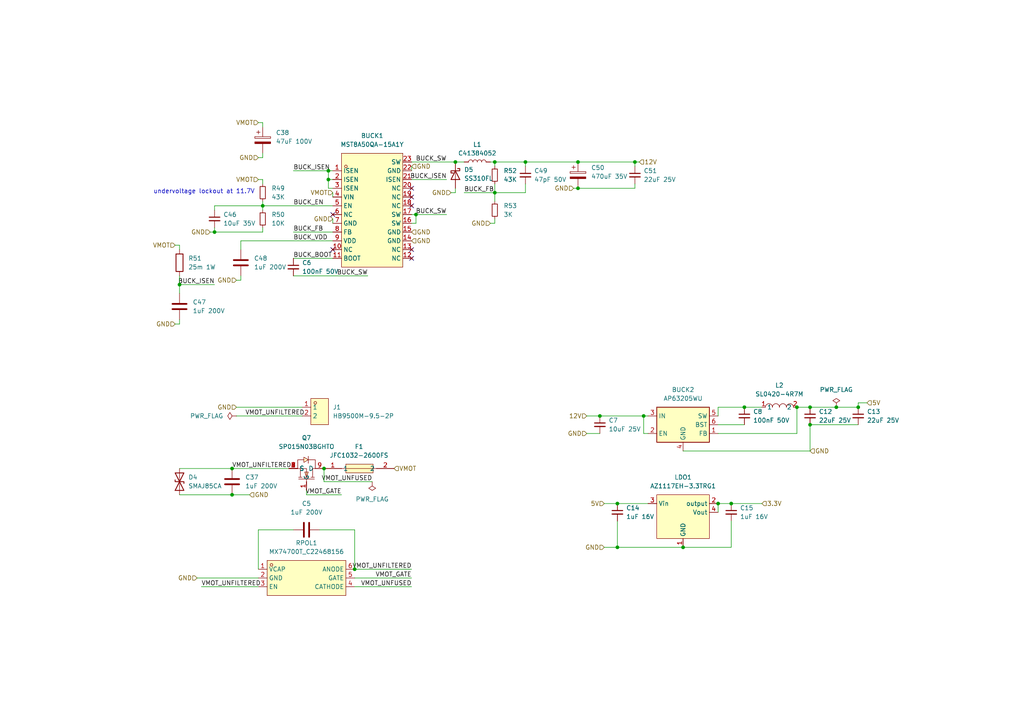
<source format=kicad_sch>
(kicad_sch (version 20250114) (generator "eeschema") (generator_version "9.0")
  (paper "A4")
  (lib_symbols
    (symbol "Device:L" (pin_numbers (hide yes)) (pin_names (offset 1.016) (hide yes))
      (property "Reference" "L" (at -1.27 0 90))
      (property "Value" "L" (at 1.905 0 90))
      (symbol "L_0_1"
        (arc (start 0 2.54) (mid 0.6323 1.905) (end 0 1.27))
        (arc (start 0 1.27) (mid 0.6323 0.635) (end 0 0))
        (arc (start 0 0) (mid 0.6323 -0.635) (end 0 -1.27))
        (arc (start 0 -1.27) (mid 0.6323 -1.905) (end 0 -2.54))
      )
      (symbol "L_1_1"
        (pin passive line (at 0 3.81 270) (length 1.27) (name "1") (number "1"))
        (pin passive line (at 0 -3.81 90) (length 1.27) (name "2") (number "2"))
      )
    )
    (symbol "Diode:SS310" (pin_numbers (hide yes)) (pin_names (offset 1.016) (hide yes))
      (property "Reference" "D" (at 0 2.54 0))
      (property "Value" "SS310" (at 0 -2.54 0))
      (symbol "SS310_0_1"
        (polyline (pts (xy -1.905 0.635) (xy -1.905 1.27) (xy -1.27 1.27) (xy -1.27 -1.27) (xy -0.635 -1.27) (xy -0.635 -0.635)) (stroke (width 0.254)))
        (polyline (pts (xy 1.27 1.27) (xy 1.27 -1.27) (xy -1.27 0) (xy 1.27 1.27)) (stroke (width 0.254)))
        (polyline (pts (xy 1.27 0) (xy -1.27 0)))
      )
      (symbol "SS310_1_1"
        (pin passive line (at -3.81 0 0) (length 2.54) (name "K") (number "1"))
        (pin passive line (at 3.81 0 180) (length 2.54) (name "A") (number "2"))
      )
    )
    (symbol "EasyEDA:HB9500M-9.5-2P"
      (property "Reference" "U" (at 0 6.35 0))
      (property "Value" "HB9500M-9.5-2P" (at 0 -6.35 0))
      (symbol "HB9500M-9.5-2P_0_1"
        (rectangle (start -2.54 3.81) (end 2.54 -3.81) (fill (type background)))
        (circle (center -1.27 2.54) (radius 0.38))
        (pin passive line (at -5.08 1.27 0) (length 2.54) (name "1") (number "1"))
        (pin passive line (at -5.08 -1.27 0) (length 2.54) (name "2") (number "2"))
      )
    )
    (symbol "EasyEDA:JFC1032-2600FS"
      (property "Reference" "F" (at 0 5.08 0))
      (property "Value" "JFC1032-2600FS" (at 0 -5.08 0))
      (symbol "JFC1032-2600FS_0_1"
        (polyline (pts (xy -5.08 0) (xy 5.08 0)))
        (rectangle (start -3.81 1.27) (end 4.06 -1.27) (fill (type background)))
        (pin passive line (at -10.16 0 0) (length 5.08) (name "1") (number "1"))
        (pin passive line (at 10.16 0 180) (length 5.08) (name "2") (number "2"))
      )
    )
    (symbol "EasyEDA:MST8A50QA-15A1Y"
      (property "Reference" "U" (at 0 19.05 0))
      (property "Value" "MST8A50QA-15A1Y" (at 0 -19.05 0))
      (symbol "MST8A50QA-15A1Y_0_1"
        (rectangle (start -8.89 16.51) (end 8.89 -16.51) (fill (type background)))
        (circle (center -7.62 12.7) (radius 0.38))
        (pin input line (at -11.43 8.89 0) (length 2.54) (name "ISEN") (number "2"))
        (pin input line (at -11.43 6.35 0) (length 2.54) (name "ISEN") (number "3"))
        (pin input line (at -11.43 1.27 0) (length 2.54) (name "EN") (number "5"))
        (pin no_connect line (at -11.43 -1.27 0) (length 2.54) (name "NC") (number "6"))
        (pin input line (at -11.43 -6.35 0) (length 2.54) (name "FB") (number "8"))
        (pin power_in line (at 11.43 11.43 180) (length 2.54) (name "GND") (number "22"))
        (pin input line (at 11.43 8.89 180) (length 2.54) (name "ISEN") (number "21"))
        (pin no_connect line (at 11.43 6.35 180) (length 2.54) (name "NC") (number "20"))
        (pin no_connect line (at 11.43 3.81 180) (length 2.54) (name "NC") (number "19"))
        (pin no_connect line (at 11.43 1.27 180) (length 2.54) (name "NC") (number "18"))
        (pin passive line (at 11.43 -1.27 180) (length 2.54) (name "SW") (number "17"))
        (pin passive line (at 11.43 -3.81 180) (length 2.54) (name "SW") (number "16"))
        (pin power_in line (at 11.43 -6.35 180) (length 2.54) (name "GND") (number "15"))
        (pin power_in line (at 11.43 -8.89 180) (length 2.54) (name "GND") (number "14"))
      )
      (symbol "MST8A50QA-15A1Y_1_1"
        (pin input line (at -11.43 11.43 0) (length 2.54) (name "ISEN") (number "1"))
        (pin power_in line (at -11.43 3.81 0) (length 2.54) (name "VIN") (number "4"))
        (pin power_in line (at -11.43 -3.81 0) (length 2.54) (name "GND") (number "7"))
        (pin power_out line (at -11.43 -8.89 0) (length 2.54) (name "VDD") (number "9"))
        (pin no_connect line (at -11.43 -11.43 0) (length 2.54) (name "NC") (number "10"))
        (pin tri_state line (at -11.43 -13.97 0) (length 2.54) (name "BOOT") (number "11"))
        (pin passive line (at 11.43 13.97 180) (length 2.54) (name "SW") (number "23"))
        (pin no_connect line (at 11.43 -11.43 180) (length 2.54) (name "NC") (number "13"))
        (pin no_connect line (at 11.43 -13.97 180) (length 2.54) (name "NC") (number "12"))
      )
    )
    (symbol "symbols:AP63205WU"
      (property "Reference" "U" (at -7.62 6.35 0))
      (property "Value" "AP63205WU" (at 2.54 6.35 0))
      (symbol "AP63205WU_0_1"
        (rectangle (start -7.62 5.08) (end 7.62 -5.08) (stroke (width 0.254)) (fill (type background)))
      )
      (symbol "AP63205WU_1_1"
        (pin power_in line (at -10.16 2.54 0) (length 2.54) (name "IN") (number "3"))
        (pin input line (at -10.16 -2.54 0) (length 2.54) (name "EN") (number "2"))
        (pin power_in line (at 0 -7.62 90) (length 2.54) (name "GND") (number "4"))
        (pin output line (at 10.16 2.54 180) (length 2.54) (name "SW") (number "5"))
        (pin passive line (at 10.16 0 180) (length 2.54) (name "BST") (number "6"))
        (pin input line (at 10.16 -2.54 180) (length 2.54) (name "FB") (number "1"))
      )
    )
    (symbol "symbols:AZ1117EH-3.3TRG1"
      (property "Reference" "U" (at 0 10.16 0))
      (property "Value" "AZ1117EH-3.3TRG1" (at 0 -12.7 0))
      (symbol "AZ1117EH-3.3TRG1_0_1"
        (rectangle (start -7.62 7.62) (end 7.62 -5.08) (fill (type background)))
        (pin power_in line (at -10.16 5.08 0) (length 2.54) (name "Vin") (number "3"))
      )
      (symbol "AZ1117EH-3.3TRG1_1_1"
        (pin power_in line (at 0 -7.62 90) (length 2.54) (name "GND") (number "1"))
        (pin passive line (at 10.16 5.08 180) (length 2.54) (name "output") (number "2"))
        (pin power_out line (at 10.16 2.54 180) (length 2.54) (name "Vout") (number "4"))
      )
    )
    (symbol "symbols:C" (pin_numbers (hide yes)) (pin_names (offset 0.254))
      (property "Reference" "C" (at 0.635 2.54 0))
      (property "Value" "C" (at 0.635 -2.54 0))
      (symbol "C_0_1"
        (polyline (pts (xy -2.032 0.762) (xy 2.032 0.762)) (stroke (width 0.508)))
        (polyline (pts (xy -2.032 -0.762) (xy 2.032 -0.762)) (stroke (width 0.508)))
      )
      (symbol "C_1_1"
        (pin passive line (at 0 3.81 270) (length 2.794) (name "~") (number "1"))
        (pin passive line (at 0 -3.81 90) (length 2.794) (name "~") (number "2"))
      )
    )
    (symbol "symbols:C_Polarized" (pin_numbers (hide yes)) (pin_names (offset 0.254))
      (property "Reference" "C" (at 0.635 2.54 0))
      (property "Value" "C_Polarized" (at 0.635 -2.54 0))
      (symbol "C_Polarized_0_1"
        (rectangle (start -2.286 0.508) (end 2.286 1.016))
        (polyline (pts (xy -1.778 2.286) (xy -0.762 2.286)))
        (polyline (pts (xy -1.27 2.794) (xy -1.27 1.778)))
        (rectangle (start 2.286 -0.508) (end -2.286 -1.016) (fill (type outline)))
      )
      (symbol "C_Polarized_1_1"
        (pin passive line (at 0 3.81 270) (length 2.794) (name "~") (number "1"))
        (pin passive line (at 0 -3.81 90) (length 2.794) (name "~") (number "2"))
      )
    )
    (symbol "symbols:C_Small" (pin_numbers (hide yes)) (pin_names (offset 0.254) (hide yes))
      (property "Reference" "C" (at 0.254 1.778 0))
      (property "Value" "C_Small" (at 0.254 -2.032 0))
      (symbol "C_Small_0_1"
        (polyline (pts (xy -1.524 0.508) (xy 1.524 0.508)) (stroke (width 0.3048)))
        (polyline (pts (xy -1.524 -0.508) (xy 1.524 -0.508)) (stroke (width 0.3302)))
      )
      (symbol "C_Small_1_1"
        (pin passive line (at 0 2.54 270) (length 2.032) (name "~") (number "1"))
        (pin passive line (at 0 -2.54 90) (length 2.032) (name "~") (number "2"))
      )
    )
    (symbol "symbols:D_TVS" (pin_numbers (hide yes)) (pin_names (offset 1.016) (hide yes))
      (property "Reference" "D" (at 0 2.54 0))
      (property "Value" "D_TVS" (at 0 -2.54 0))
      (symbol "D_TVS_0_1"
        (polyline (pts (xy -2.54 1.27) (xy -2.54 -1.27) (xy 2.54 1.27) (xy 2.54 -1.27) (xy -2.54 1.27)) (stroke (width 0.254)))
        (polyline (pts (xy 0.508 1.27) (xy 0 1.27) (xy 0 -1.27) (xy -0.508 -1.27)) (stroke (width 0.254)))
        (polyline (pts (xy 1.27 0) (xy -1.27 0)))
      )
      (symbol "D_TVS_1_1"
        (pin passive line (at -3.81 0 0) (length 2.54) (name "A1") (number "1"))
        (pin passive line (at 3.81 0 180) (length 2.54) (name "A2") (number "2"))
      )
    )
    (symbol "symbols:MX74700T_C22468156"
      (property "Reference" "U" (at 0 7.62 0))
      (property "Value" "MX74700T_C22468156" (at 0 -7.62 0))
      (symbol "MX74700T_C22468156_0_1"
        (rectangle (start -11.43 5.08) (end 11.43 -5.08) (fill (type background)))
        (circle (center -10.16 3.81) (radius 0.38))
      )
      (symbol "MX74700T_C22468156_1_1"
        (pin passive line (at -13.97 2.54 0) (length 2.54) (name "VCAP") (number "1"))
        (pin power_in line (at -13.97 0 0) (length 2.54) (name "GND") (number "2"))
        (pin input line (at -13.97 -2.54 0) (length 2.54) (name "EN") (number "3"))
        (pin power_in line (at 13.97 2.54 180) (length 2.54) (name "ANODE") (number "6"))
        (pin output line (at 13.97 0 180) (length 2.54) (name "GATE") (number "5"))
        (pin power_in line (at 13.97 -2.54 180) (length 2.54) (name "CATHODE") (number "4"))
      )
    )
    (symbol "symbols:PWR_FLAG" (power) (pin_numbers (hide yes)) (pin_names (offset 0) (hide yes))
      (property "Value" "PWR_FLAG" (at 0 3.81 0))
      (symbol "PWR_FLAG_0_0"
        (pin power_out line (at 0 0 90) (length 0) (name "~") (number "1"))
      )
      (symbol "PWR_FLAG_0_1"
        (polyline (pts (xy 0 0) (xy 0 1.27) (xy -1.016 1.905) (xy 0 2.54) (xy 1.016 1.905) (xy 0 1.27)))
      )
    )
    (symbol "symbols:R" (pin_numbers (hide yes)) (pin_names (offset 0))
      (property "Reference" "R" (at 2.032 0 90))
      (property "Value" "R" (at 0 0 90))
      (symbol "R_0_1"
        (rectangle (start -1.016 -2.54) (end 1.016 2.54) (stroke (width 0.254)))
      )
      (symbol "R_1_1"
        (pin passive line (at 0 3.81 270) (length 1.27) (name "~") (number "1"))
        (pin passive line (at 0 -3.81 90) (length 1.27) (name "~") (number "2"))
      )
    )
    (symbol "symbols:R_Small" (pin_numbers (hide yes)) (pin_names (offset 0.254) (hide yes))
      (property "Reference" "R" (at 0 0 90))
      (property "Value" "R_Small" (at 1.778 0 90))
      (symbol "R_Small_0_1"
        (rectangle (start -0.762 1.778) (end 0.762 -1.778) (stroke (width 0.2032)))
      )
      (symbol "R_Small_1_1"
        (pin passive line (at 0 2.54 270) (length 0.762) (name "~") (number "1"))
        (pin passive line (at 0 -2.54 90) (length 0.762) (name "~") (number "2"))
      )
    )
    (symbol "symbols:SL0420-4R7M"
      (property "Reference" "L" (at 0 5.08 0))
      (property "Value" "SL0420-4R7M" (at 0 -5.08 0))
      (symbol "SL0420-4R7M_0_1"
        (arc (start -4.06 -0.01) (mid -2.83 0.99) (end -2.03 0.01))
        (arc (start -2.03 -0.01) (mid -0.8 0.99) (end 0 0.01))
        (arc (start 0 -0.01) (mid 1.23 0.99) (end 2.03 0.01))
        (arc (start 2.03 -0.01) (mid 3.26 0.99) (end 4.06 0.01))
      )
      (symbol "SL0420-4R7M_1_1"
        (pin passive line (at -5.08 0 0) (length 1.016) (name "1") (number "1"))
        (pin passive line (at 5.08 0 180) (length 1.016) (name "2") (number "2"))
      )
    )
    (symbol "symbols:SP015N03BGHTO"
      (property "Reference" "Q" (at 0 10.16 0))
      (property "Value" "SP015N03BGHTO" (at 0 -10.16 0))
      (symbol "SP015N03BGHTO_0_1"
        (polyline (pts (xy -2.54 0) (xy -0.51 0)))
        (polyline (pts (xy -0.51 2.29) (xy -0.51 -2.29)))
        (polyline (pts (xy 0 2.29) (xy 0 1.27)))
        (polyline (pts (xy 0 1.78) (xy 2.54 1.78) (xy 2.54 2.54) (xy 5.08 2.54) (xy 5.08 0.51)))
        (polyline (pts (xy 0 0) (xy 1.52 -0.51) (xy 1.52 0.51) (xy 0 0)) (fill (type background)))
        (polyline (pts (xy 0 0) (xy 2.54 0) (xy 2.54 -2.54) (xy 5.08 -2.54) (xy 5.08 -0.76)))
        (polyline (pts (xy 0 -0.51) (xy 0 0.51)))
        (polyline (pts (xy 0 -2.29) (xy 0 -1.27)))
        (polyline (pts (xy 2.54 -1.78) (xy 0 -1.78)))
        (polyline (pts (xy 5.08 0.51) (xy 4.32 -0.76) (xy 5.84 -0.76) (xy 5.08 0.51)) (fill (type background)))
        (polyline (pts (xy 6.1 0.51) (xy 5.59 0.51) (xy 4.57 0.51) (xy 4.06 0.51)))
        (pin passive line (at 2.54 -5.08 90) (length 2.54) (name "S") (number "3"))
        (pin passive line (at 2.54 -5.08 90) (length 2.54) (name "S") (number "4"))
        (pin passive line (at 2.54 -5.08 90) (length 2.54) (name "S") (number "5"))
        (pin passive line (at 2.54 -5.08 90) (length 2.54) (name "S") (number "6"))
        (pin passive line (at 2.54 -5.08 90) (length 2.54) (name "S") (number "7"))
        (pin passive line (at 2.54 -5.08 90) (length 2.54) (name "S") (number "8"))
      )
      (symbol "SP015N03BGHTO_1_1"
        (pin input line (at -3.81 0 0) (length 2.54) (name "G") (number "1"))
        (pin passive line (at 2.54 5.08 270) (length 2.54) (name "D") (number "9"))
        (pin passive line (at 2.54 -5.08 90) (length 2.54) (name "S") (number "2"))
      )
    )
  )
  (text "undervoltage lockout at 11.7V" (at 59.182 55.626 0) (effects (font (size 1.27 1.27))))
  (junction (at 95.25 52.07))
  (junction (at 186.69 120.65))
  (junction (at 234.95 123.19))
  (junction (at 152.4 46.99))
  (junction (at 95.25 49.53))
  (junction (at 76.2 59.69))
  (junction (at 179.07 146.05))
  (junction (at 62.23 67.31))
  (junction (at 173.99 120.65))
  (junction (at 179.07 158.75))
  (junction (at 212.09 146.05))
  (junction (at 132.08 46.99))
  (junction (at 167.64 46.99))
  (junction (at 208.28 146.05))
  (junction (at 167.64 54.61))
  (junction (at 234.95 118.11))
  (junction (at 143.51 46.99))
  (junction (at 184.15 46.99))
  (junction (at 248.92 118.11))
  (junction (at 198.12 158.75))
  (junction (at 231.14 118.11))
  (junction (at 93.98 135.89))
  (junction (at 52.07 82.55))
  (junction (at 102.87 165.1))
  (junction (at 143.51 55.88))
  (junction (at 67.31 143.51))
  (junction (at 242.57 118.11))
  (junction (at 215.9 118.11))
  (junction (at 67.31 135.89))
  (junction (at 120.65 62.23))
  (no_connect (at 119.38 74.93))
  (no_connect (at 119.38 59.69))
  (no_connect (at 96.52 72.39))
  (no_connect (at 119.38 54.61))
  (no_connect (at 119.38 57.15))
  (no_connect (at 96.52 62.23))
  (no_connect (at 119.38 72.39))
  (wire (pts (xy 179.07 158.75) (xy 198.12 158.75)))
  (wire (pts (xy 76.2 52.07) (xy 76.2 53.34)))
  (wire (pts (xy 212.09 146.05) (xy 220.98 146.05)))
  (wire (pts (xy 208.28 146.05) (xy 212.09 146.05)))
  (wire (pts (xy 68.58 120.65) (xy 87.63 120.65)))
  (wire (pts (xy 231.14 125.73) (xy 208.28 125.73)))
  (wire (pts (xy 186.69 120.65) (xy 187.96 120.65)))
  (wire (pts (xy 85.09 80.01) (xy 106.68 80.01)))
  (wire (pts (xy 119.38 64.77) (xy 120.65 64.77)))
  (wire (pts (xy 99.06 143.51) (xy 88.9 143.51)))
  (wire (pts (xy 184.15 53.34) (xy 184.15 54.61)))
  (wire (pts (xy 69.85 81.28) (xy 69.85 80.01)))
  (wire (pts (xy 52.07 71.12) (xy 50.8 71.12)))
  (wire (pts (xy 208.28 146.05) (xy 208.28 148.59)))
  (wire (pts (xy 152.4 53.34) (xy 152.4 55.88)))
  (wire (pts (xy 143.51 48.26) (xy 143.51 46.99)))
  (wire (pts (xy 184.15 48.26) (xy 184.15 46.99)))
  (wire (pts (xy 152.4 46.99) (xy 143.51 46.99)))
  (wire (pts (xy 215.9 118.11) (xy 208.28 118.11)))
  (wire (pts (xy 184.15 46.99) (xy 185.42 46.99)))
  (wire (pts (xy 62.23 82.55) (xy 52.07 82.55)))
  (wire (pts (xy 119.38 48.26) (xy 119.38 49.53)))
  (wire (pts (xy 76.2 59.69) (xy 96.52 59.69)))
  (wire (pts (xy 62.23 67.31) (xy 76.2 67.31)))
  (wire (pts (xy 184.15 46.99) (xy 167.64 46.99)))
  (wire (pts (xy 74.93 45.72) (xy 76.2 45.72)))
  (wire (pts (xy 102.87 165.1) (xy 119.38 165.1)))
  (wire (pts (xy 58.42 170.18) (xy 74.93 170.18)))
  (wire (pts (xy 152.4 55.88) (xy 143.51 55.88)))
  (wire (pts (xy 119.38 52.07) (xy 129.54 52.07)))
  (wire (pts (xy 96.52 52.07) (xy 95.25 52.07)))
  (wire (pts (xy 95.25 52.07) (xy 95.25 49.53)))
  (wire (pts (xy 170.18 120.65) (xy 173.99 120.65)))
  (wire (pts (xy 76.2 59.69) (xy 76.2 60.96)))
  (wire (pts (xy 143.51 53.34) (xy 143.51 55.88)))
  (wire (pts (xy 143.51 58.42) (xy 143.51 55.88)))
  (wire (pts (xy 234.95 118.11) (xy 242.57 118.11)))
  (wire (pts (xy 175.26 158.75) (xy 179.07 158.75)))
  (wire (pts (xy 85.09 74.93) (xy 96.52 74.93)))
  (wire (pts (xy 50.8 93.98) (xy 52.07 93.98)))
  (wire (pts (xy 152.4 46.99) (xy 167.64 46.99)))
  (wire (pts (xy 119.38 46.99) (xy 132.08 46.99)))
  (wire (pts (xy 85.09 67.31) (xy 96.52 67.31)))
  (wire (pts (xy 52.07 135.89) (xy 67.31 135.89)))
  (wire (pts (xy 96.52 54.61) (xy 95.25 54.61)))
  (wire (pts (xy 186.69 125.73) (xy 186.69 120.65)))
  (wire (pts (xy 212.09 158.75) (xy 198.12 158.75)))
  (wire (pts (xy 234.95 130.81) (xy 234.95 123.19)))
  (wire (pts (xy 134.62 55.88) (xy 143.51 55.88)))
  (wire (pts (xy 52.07 72.39) (xy 52.07 71.12)))
  (wire (pts (xy 175.26 146.05) (xy 179.07 146.05)))
  (wire (pts (xy 74.93 52.07) (xy 76.2 52.07)))
  (wire (pts (xy 234.95 123.19) (xy 248.92 123.19)))
  (wire (pts (xy 102.87 167.64) (xy 119.38 167.64)))
  (wire (pts (xy 179.07 146.05) (xy 187.96 146.05)))
  (wire (pts (xy 198.12 130.81) (xy 234.95 130.81)))
  (wire (pts (xy 85.09 49.53) (xy 95.25 49.53)))
  (wire (pts (xy 76.2 58.42) (xy 76.2 59.69)))
  (wire (pts (xy 76.2 36.83) (xy 76.2 35.56)))
  (wire (pts (xy 96.52 55.88) (xy 96.52 57.15)))
  (wire (pts (xy 68.58 81.28) (xy 69.85 81.28)))
  (wire (pts (xy 96.52 69.85) (xy 69.85 69.85)))
  (wire (pts (xy 231.14 118.11) (xy 231.14 125.73)))
  (wire (pts (xy 102.87 170.18) (xy 119.38 170.18)))
  (wire (pts (xy 52.07 143.51) (xy 67.31 143.51)))
  (wire (pts (xy 212.09 151.13) (xy 212.09 158.75)))
  (wire (pts (xy 93.98 139.7) (xy 93.98 135.89)))
  (wire (pts (xy 152.4 48.26) (xy 152.4 46.99)))
  (wire (pts (xy 62.23 59.69) (xy 76.2 59.69)))
  (wire (pts (xy 68.58 118.11) (xy 87.63 118.11)))
  (wire (pts (xy 95.25 54.61) (xy 95.25 52.07)))
  (wire (pts (xy 76.2 45.72) (xy 76.2 44.45)))
  (wire (pts (xy 120.65 64.77) (xy 120.65 62.23)))
  (wire (pts (xy 187.96 125.73) (xy 186.69 125.73)))
  (wire (pts (xy 142.24 64.77) (xy 143.51 64.77)))
  (wire (pts (xy 120.65 62.23) (xy 129.54 62.23)))
  (wire (pts (xy 62.23 66.04) (xy 62.23 67.31)))
  (wire (pts (xy 132.08 55.88) (xy 132.08 54.61)))
  (wire (pts (xy 215.9 118.11) (xy 220.98 118.11)))
  (wire (pts (xy 248.92 116.84) (xy 248.92 118.11)))
  (wire (pts (xy 60.96 67.31) (xy 62.23 67.31)))
  (wire (pts (xy 52.07 82.55) (xy 52.07 85.09)))
  (wire (pts (xy 166.37 54.61) (xy 167.64 54.61)))
  (wire (pts (xy 57.15 167.64) (xy 74.93 167.64)))
  (wire (pts (xy 130.81 55.88) (xy 132.08 55.88)))
  (wire (pts (xy 62.23 60.96) (xy 62.23 59.69)))
  (wire (pts (xy 88.9 143.51) (xy 88.9 142.24)))
  (wire (pts (xy 107.95 139.7) (xy 93.98 139.7)))
  (wire (pts (xy 74.93 153.67) (xy 74.93 165.1)))
  (wire (pts (xy 85.09 153.67) (xy 74.93 153.67)))
  (wire (pts (xy 231.14 118.11) (xy 234.95 118.11)))
  (wire (pts (xy 76.2 67.31) (xy 76.2 66.04)))
  (wire (pts (xy 52.07 92.71) (xy 52.07 93.98)))
  (wire (pts (xy 119.38 62.23) (xy 120.65 62.23)))
  (wire (pts (xy 83.82 135.89) (xy 67.31 135.89)))
  (wire (pts (xy 184.15 54.61) (xy 167.64 54.61)))
  (wire (pts (xy 208.28 123.19) (xy 215.9 123.19)))
  (wire (pts (xy 52.07 80.01) (xy 52.07 82.55)))
  (wire (pts (xy 102.87 153.67) (xy 102.87 165.1)))
  (wire (pts (xy 208.28 118.11) (xy 208.28 120.65)))
  (wire (pts (xy 170.18 125.73) (xy 173.99 125.73)))
  (wire (pts (xy 251.46 116.84) (xy 248.92 116.84)))
  (wire (pts (xy 132.08 46.99) (xy 134.62 46.99)))
  (wire (pts (xy 179.07 151.13) (xy 179.07 158.75)))
  (wire (pts (xy 96.52 63.5) (xy 96.52 64.77)))
  (wire (pts (xy 173.99 120.65) (xy 186.69 120.65)))
  (wire (pts (xy 143.51 46.99) (xy 142.24 46.99)))
  (wire (pts (xy 92.71 153.67) (xy 102.87 153.67)))
  (wire (pts (xy 143.51 64.77) (xy 143.51 63.5)))
  (wire (pts (xy 242.57 118.11) (xy 248.92 118.11)))
  (wire (pts (xy 76.2 35.56) (xy 74.93 35.56)))
  (wire (pts (xy 69.85 69.85) (xy 69.85 72.39)))
  (wire (pts (xy 67.31 143.51) (xy 72.39 143.51)))
  (wire (pts (xy 95.25 49.53) (xy 96.52 49.53)))
  (label "VMOT_GATE" (at 99.06 143.51 180))
  (label "BUCK_ISEN" (at 62.23 82.55 180))
  (label "BUCK_SW" (at 129.54 62.23 180))
  (label "BUCK_ISEN" (at 85.09 49.53 0))
  (label "VMOT_UNFUSED" (at 119.38 170.18 180))
  (label "VMOT_GATE" (at 119.38 167.64 180))
  (label "VMOT_UNFILTERED" (at 67.31 135.89 0))
  (label "VMOT_UNFILTERED" (at 58.42 170.18 0))
  (label "VMOT_UNFILTERED" (at 119.38 165.1 180))
  (label "BUCK_SW" (at 106.68 80.01 180))
  (label "BUCK_FB" (at 134.62 55.88 0))
  (label "BUCK_ISEN" (at 129.54 52.07 180))
  (label "BUCK_SW" (at 129.54 46.99 180))
  (label "BUCK_BOOT" (at 85.09 74.93 0))
  (label "BUCK_VDD" (at 85.09 69.85 0))
  (label "BUCK_FB" (at 85.09 67.31 0))
  (label "BUCK_EN" (at 85.09 59.69 0))
  (label "VMOT_UNFILTERED" (at 71.12 120.65 0))
  (label "VMOT_UNFUSED" (at 107.95 139.7 180))
  (hierarchical_label "GND" (shape input) (at 130.81 55.88 180))
  (hierarchical_label "VMOT" (shape input) (at 114.3 135.89 0))
  (hierarchical_label "GND" (shape input) (at 175.26 158.75 180))
  (hierarchical_label "GND" (shape input) (at 119.38 69.85 0))
  (hierarchical_label "GND" (shape input) (at 72.39 143.51 0))
  (hierarchical_label "GND" (shape input) (at 142.24 64.77 180))
  (hierarchical_label "VMOT" (shape input) (at 50.8 71.12 180))
  (hierarchical_label "5V" (shape input) (at 175.26 146.05 180))
  (hierarchical_label "GND" (shape input) (at 60.96 67.31 180))
  (hierarchical_label "GND" (shape input) (at 119.38 67.31 0))
  (hierarchical_label "GND" (shape input) (at 119.38 48.26 0))
  (hierarchical_label "GND" (shape input) (at 57.15 167.64 180))
  (hierarchical_label "GND" (shape input) (at 170.18 125.73 180))
  (hierarchical_label "VMOT" (shape input) (at 74.93 52.07 180))
  (hierarchical_label "GND" (shape input) (at 234.95 130.81 0))
  (hierarchical_label "GND" (shape input) (at 166.37 54.61 180))
  (hierarchical_label "VMOT" (shape input) (at 96.52 55.88 180))
  (hierarchical_label "GND" (shape input) (at 96.52 63.5 180))
  (hierarchical_label "3.3V" (shape input) (at 220.98 146.05 0))
  (hierarchical_label "GND" (shape input) (at 68.58 81.28 180))
  (hierarchical_label "GND" (shape input) (at 74.93 45.72 180))
  (hierarchical_label "GND" (shape input) (at 68.58 118.11 180))
  (hierarchical_label "12V" (shape input) (at 185.42 46.99 0))
  (hierarchical_label "5V" (shape input) (at 251.46 116.84 0))
  (hierarchical_label "VMOT" (shape input) (at 74.93 35.56 180))
  (hierarchical_label "12V" (shape input) (at 170.18 120.65 180))
  (hierarchical_label "GND" (shape input) (at 50.8 93.98 180))
  (symbol (lib_id "symbols:R") (at 52.07 76.2 0) (unit 1)
    (property "Reference" "R51" (at 54.61 74.93 0) (effects (justify left)))
    (property "Value" "25m 1W" (at 54.61 77.47 0) (effects (justify left)))
    (property "Footprint" "Resistor_SMD:R_1206_3216Metric" (effects (hide yes)))
    (property "Description" "Resistor" (effects (hide yes)))
  )
  (symbol (lib_id "symbols:SP015N03BGHTO") (at 88.9 138.43 270) (mirror x) (unit 1)
    (property "Reference" "Q7" (at 88.9 127 90))
    (property "Value" "SP015N03BGHTO" (at 88.9 129.54 90))
    (property "Footprint" "EasyEDA:TOLL-8_L10.4-W9.9-P1.20-LS11.7-BL" (effects (hide yes)))
    (property "LCSC Part" "C22385354" (effects (hide yes)))
  )
  (symbol (lib_id "symbols:C_Small") (at 173.99 123.19 0) (unit 1)
    (property "Reference" "C7" (at 176.53 121.9263 0) (effects (justify left)))
    (property "Value" "10uF 25V" (at 176.53 124.4663 0) (effects (justify left)))
    (property "Footprint" "Capacitor_SMD:C_0603_1608Metric" (effects (hide yes)))
    (property "Description" "Unpolarized capacitor, small symbol" (effects (hide yes)))
  )
  (symbol (lib_id "symbols:C_Small") (at 212.09 148.59 0) (unit 1)
    (property "Reference" "C15" (at 214.63 147.3263 0) (effects (justify left)))
    (property "Value" "1uF 16V" (at 214.63 149.8663 0) (effects (justify left)))
    (property "Footprint" "Capacitor_SMD:C_0402_1005Metric" (effects (hide yes)))
    (property "Description" "Unpolarized capacitor, small symbol" (effects (hide yes)))
  )
  (symbol (lib_id "symbols:C_Small") (at 179.07 148.59 0) (unit 1)
    (property "Reference" "C14" (at 181.61 147.3263 0) (effects (justify left)))
    (property "Value" "1uF 16V" (at 181.61 149.8663 0) (effects (justify left)))
    (property "Footprint" "Capacitor_SMD:C_0402_1005Metric" (effects (hide yes)))
    (property "Description" "Unpolarized capacitor, small symbol" (effects (hide yes)))
  )
  (symbol (lib_id "symbols:C") (at 67.31 139.7 0) (unit 1)
    (property "Reference" "C37" (at 71.12 138.43 0) (effects (justify left)))
    (property "Value" "1uF 200V" (at 71.12 140.97 0) (effects (justify left)))
    (property "Footprint" "Capacitor_SMD:C_1812_4532Metric" (effects (hide yes)))
    (property "Description" "Unpolarized capacitor" (effects (hide yes)))
  )
  (symbol (lib_id "symbols:C_Small") (at 248.92 120.65 0) (unit 1)
    (property "Reference" "C13" (at 251.46 119.3863 0) (effects (justify left)))
    (property "Value" "22uF 25V" (at 251.46 121.9263 0) (effects (justify left)))
    (property "Footprint" "Capacitor_SMD:C_0805_2012Metric" (effects (hide yes)))
    (property "Description" "Unpolarized capacitor, small symbol" (effects (hide yes)))
  )
  (symbol (lib_id "symbols:C_Small") (at 85.09 77.47 0) (unit 1)
    (property "Reference" "C6" (at 87.63 76.2063 0) (effects (justify left)))
    (property "Value" "100nF 50V" (at 87.63 78.7463 0) (effects (justify left)))
    (property "Footprint" "Capacitor_SMD:C_0402_1005Metric" (effects (hide yes)))
    (property "Description" "Unpolarized capacitor, small symbol" (effects (hide yes)))
  )
  (symbol (lib_id "symbols:C_Small") (at 215.9 120.65 0) (unit 1)
    (property "Reference" "C8" (at 218.44 119.3863 0) (effects (justify left)))
    (property "Value" "100nF 50V" (at 218.44 121.9263 0) (effects (justify left)))
    (property "Footprint" "Capacitor_SMD:C_0402_1005Metric" (effects (hide yes)))
    (property "Description" "Unpolarized capacitor, small symbol" (effects (hide yes)))
  )
  (symbol (lib_id "symbols:C_Small") (at 62.23 63.5 0) (unit 1)
    (property "Reference" "C46" (at 64.77 62.2363 0) (effects (justify left)))
    (property "Value" "10uF 35V" (at 64.77 64.7763 0) (effects (justify left)))
    (property "Footprint" "Capacitor_SMD:C_0603_1608Metric" (effects (hide yes)))
    (property "Description" "Unpolarized capacitor, small symbol" (effects (hide yes)))
  )
  (symbol (lib_id "symbols:R_Small") (at 143.51 50.8 0) (unit 1)
    (property "Reference" "R52" (at 146.05 49.53 0) (effects (justify left)))
    (property "Value" "43K" (at 146.05 52.07 0) (effects (justify left)))
    (property "Footprint" "footprints:R_0805_2012Metric" (effects (hide yes)))
    (property "Description" "Resistor, small symbol" (effects (hide yes)))
  )
  (symbol (lib_id "symbols:C") (at 69.85 76.2 0) (unit 1)
    (property "Reference" "C48" (at 73.66 74.93 0) (effects (justify left)))
    (property "Value" "1uF 200V" (at 73.66 77.47 0) (effects (justify left)))
    (property "Footprint" "Capacitor_SMD:C_1812_4532Metric" (effects (hide yes)))
    (property "Description" "Unpolarized capacitor" (effects (hide yes)))
  )
  (symbol (lib_id "symbols:R_Small") (at 76.2 55.88 0) (unit 1)
    (property "Reference" "R49" (at 78.74 54.61 0) (effects (justify left)))
    (property "Value" "43K" (at 78.74 57.15 0) (effects (justify left)))
    (property "Footprint" "Resistor_SMD:R_0805_2012Metric" (effects (hide yes)))
    (property "Description" "Resistor, small symbol" (effects (hide yes)))
  )
  (symbol (lib_id "symbols:PWR_FLAG") (at 68.58 120.65 90) (unit 1)
    (property "Reference" "#FLG08" (effects (hide yes)))
    (property "Value" "PWR_FLAG" (at 64.77 120.65 90) (effects (justify left)))
    (property "Description" "Special symbol for telling ERC where power comes from" (effects (hide yes)))
  )
  (symbol (lib_id "symbols:D_TVS") (at 52.07 139.7 90) (unit 1)
    (property "Reference" "D4" (at 54.61 138.43 90) (effects (justify right)))
    (property "Value" "SMAJ85CA" (at 54.61 140.97 90) (effects (justify right)))
    (property "Footprint" "Diode_SMD:D_SMA" (effects (hide yes)))
    (property "Description" "Bidirectional transient-voltage-suppression diode" (effects (hide yes)))
  )
  (symbol (lib_id "symbols:C_Small") (at 152.4 50.8 0) (unit 1)
    (property "Reference" "C49" (at 154.94 49.5363 0) (effects (justify left)))
    (property "Value" "47pF 50V" (at 154.94 52.0763 0) (effects (justify left)))
    (property "Footprint" "Capacitor_SMD:C_0402_1005Metric" (effects (hide yes)))
    (property "Description" "Unpolarized capacitor, small symbol" (effects (hide yes)))
  )
  (symbol (lib_id "symbols:C_Small") (at 234.95 120.65 0) (unit 1)
    (property "Reference" "C12" (at 237.49 119.3863 0) (effects (justify left)))
    (property "Value" "22uF 25V" (at 237.49 121.9263 0) (effects (justify left)))
    (property "Footprint" "Capacitor_SMD:C_0805_2012Metric" (effects (hide yes)))
    (property "Description" "Unpolarized capacitor, small symbol" (effects (hide yes)))
  )
  (symbol (lib_id "symbols:PWR_FLAG") (at 242.57 118.11 0) (unit 1)
    (property "Reference" "#FLG03" (effects (hide yes)))
    (property "Value" "PWR_FLAG" (at 242.57 113.03 0))
    (property "Description" "Special symbol for telling ERC where power comes from" (effects (hide yes)))
  )
  (symbol (lib_id "symbols:C_Polarized") (at 76.2 40.64 0) (unit 1)
    (property "Reference" "C38" (at 80.01 38.481 0) (effects (justify left)))
    (property "Value" "47uF 100V" (at 80.01 41.021 0) (effects (justify left)))
    (property "Footprint" "Capacitor_SMD:CP_Elec_10x10.5" (effects (hide yes)))
    (property "Description" "Polarized capacitor" (effects (hide yes)))
  )
  (symbol (lib_id "symbols:R_Small") (at 143.51 60.96 0) (unit 1)
    (property "Reference" "R53" (at 146.05 59.69 0) (effects (justify left)))
    (property "Value" "3K" (at 146.05 62.23 0) (effects (justify left)))
    (property "Footprint" "Resistor_SMD:R_0402_1005Metric" (effects (hide yes)))
    (property "Description" "Resistor, small symbol" (effects (hide yes)))
  )
  (symbol (lib_id "symbols:AP63205WU") (at 198.12 123.19 0) (unit 1)
    (property "Reference" "BUCK2" (at 198.12 113.03 0))
    (property "Value" "AP63205WU" (at 198.12 115.57 0))
    (property "Footprint" "Package_TO_SOT_SMD:TSOT-23-6" (effects (hide yes)))
    (property "Datasheet" "https://www.diodes.com/assets/Datasheets/AP63200-AP63201-AP63203-AP63205.pdf" (effects (hide yes)))
    (property "Description" "2A, 1.1MHz Buck DC/DC Converter, fixed 5.0V output voltage, TSOT-23-6" (effects (hide yes)))
  )
  (symbol (lib_id "Diode:SS310") (at 132.08 50.8 270) (unit 1)
    (property "Reference" "D5" (at 134.62 49.2125 90) (effects (justify left)))
    (property "Value" "SS310FL" (at 134.62 51.7525 90) (effects (justify left)))
    (property "Footprint" "Diode_SMD:D_SMA" (effects (hide yes)))
    (property "Datasheet" "https://www.microdiode.com/uploadfiles//PDF/SS32-THRU-SS3200-SMA.pdf" (effects (hide yes)))
    (property "Description" "100V 3A Schottky Diode, SMA" (effects (hide yes)))
  )
  (symbol (lib_id "symbols:C") (at 52.07 88.9 0) (unit 1)
    (property "Reference" "C47" (at 55.88 87.63 0) (effects (justify left)))
    (property "Value" "1uF 200V" (at 55.88 90.17 0) (effects (justify left)))
    (property "Footprint" "Capacitor_SMD:C_1812_4532Metric" (effects (hide yes)))
    (property "Description" "Unpolarized capacitor" (effects (hide yes)))
  )
  (symbol (lib_id "symbols:SL0420-4R7M") (at 226.06 118.11 0) (unit 1)
    (property "Reference" "L2" (at 226.06 111.76 0))
    (property "Value" "SL0420-4R7M" (at 226.06 114.3 0))
    (property "Footprint" "EasyEDA:IND-SMD_L4.5-W4.1_IHLP" (effects (hide yes)))
    (property "LCSC Part" "C22463808" (effects (hide yes)))
  )
  (symbol (lib_id "symbols:C_Small") (at 184.15 50.8 0) (unit 1)
    (property "Reference" "C51" (at 186.69 49.5363 0) (effects (justify left)))
    (property "Value" "22uF 25V" (at 186.69 52.0763 0) (effects (justify left)))
    (property "Footprint" "Capacitor_SMD:C_0805_2012Metric" (effects (hide yes)))
    (property "Description" "Unpolarized capacitor, small symbol" (effects (hide yes)))
  )
  (symbol (lib_id "EasyEDA:HB9500M-9.5-2P") (at 92.71 119.38 0) (unit 1)
    (property "Reference" "J1" (at 96.52 118.11 0) (effects (justify left)))
    (property "Value" "HB9500M-9.5-2P" (at 96.52 120.65 0) (effects (justify left)))
    (property "Footprint" "EasyEDA:CONN-TH_HB9500M-9.5-2P" (effects (hide yes)))
    (property "Datasheet" "https://lcsc.com/product-detail/Barrier-Terminal-Blocks_Ningbo-Kangnex-Elec-HB9500M-9-5-2P_C601239.html" (effects (hide yes)))
    (property "LCSC Part" "C601239" (effects (hide yes)))
  )
  (symbol (lib_id "EasyEDA:JFC1032-2600FS") (at 104.14 135.89 0) (unit 1)
    (property "Reference" "F1" (at 104.14 129.54 0))
    (property "Value" "JFC1032-2600FS" (at 104.14 132.08 0))
    (property "Footprint" "EasyEDA:FUSE-SMD_L10.3-W3.2" (effects (hide yes)))
    (property "LCSC Part" "C48783187" (effects (hide yes)))
  )
  (symbol (lib_id "Device:L") (at 138.43 46.99 90) (unit 1)
    (property "Reference" "L1" (at 138.43 41.91 90))
    (property "Value" "C41384052" (at 138.43 44.45 90))
    (property "Footprint" "EasyEDA:IND-SMD_L13.5-W12.6" (effects (hide yes)))
    (property "Description" "Inductor" (effects (hide yes)))
  )
  (symbol (lib_id "symbols:AZ1117EH-3.3TRG1") (at 198.12 151.13 0) (unit 1)
    (property "Reference" "LDO1" (at 198.12 138.43 0))
    (property "Value" "AZ1117EH-3.3TRG1" (at 198.12 140.97 0))
    (property "Footprint" "EasyEDA:SOT-223_L6.5-W3.5-P2.30-LS7.0-BR" (effects (hide yes)))
    (property "Datasheet" "https://lcsc.com/product-detail/Low-Dropout-Regulators-LDO_DIODES_AZ1117EH-3-3TRG1_AZ1117EH-3-3TRG1_C108494.html" (effects (hide yes)))
    (property "LCSC Part" "C108494" (effects (hide yes)))
  )
  (symbol (lib_id "symbols:PWR_FLAG") (at 107.95 139.7 180) (unit 1)
    (property "Reference" "#FLG04" (effects (hide yes)))
    (property "Value" "PWR_FLAG" (at 107.95 144.78 0))
    (property "Description" "Special symbol for telling ERC where power comes from" (effects (hide yes)))
  )
  (symbol (lib_id "symbols:C_Polarized") (at 167.64 50.8 0) (unit 1)
    (property "Reference" "C50" (at 171.45 48.641 0) (effects (justify left)))
    (property "Value" "470uF 35V" (at 171.45 51.181 0) (effects (justify left)))
    (property "Footprint" "Capacitor_SMD:CP_Elec_10x10.5" (effects (hide yes)))
    (property "Description" "Polarized capacitor" (effects (hide yes)))
  )
  (symbol (lib_id "symbols:C") (at 88.9 153.67 270) (unit 1)
    (property "Reference" "C5" (at 88.9 146.05 90))
    (property "Value" "1uF 200V" (at 88.9 148.59 90))
    (property "Footprint" "Capacitor_SMD:C_1812_4532Metric" (effects (hide yes)))
    (property "Description" "Unpolarized capacitor" (effects (hide yes)))
  )
  (symbol (lib_id "EasyEDA:MST8A50QA-15A1Y") (at 107.95 60.96 0) (unit 1)
    (property "Reference" "BUCK1" (at 107.95 39.37 0))
    (property "Value" "MST8A50QA-15A1Y" (at 107.95 41.91 0))
    (property "Footprint" "EasyEDA:QFN-20_L5.0-W5.0-P0.80-TL_HP8105QA" (effects (hide yes)))
    (property "LCSC Part" "C22395101" (effects (hide yes)))
  )
  (symbol (lib_id "symbols:MX74700T_C22468156") (at 88.9 167.64 0) (unit 1)
    (property "Reference" "RPOL1" (at 88.9 157.48 0))
    (property "Value" "MX74700T_C22468156" (at 88.9 160.02 0))
    (property "Footprint" "EasyEDA:SOT-23-6_L2.9-W1.6-P0.95-LS2.9-BL" (effects (hide yes)))
    (property "LCSC Part" "C22468156" (effects (hide yes)))
  )
  (symbol (lib_id "symbols:R_Small") (at 76.2 63.5 0) (unit 1)
    (property "Reference" "R50" (at 78.74 62.23 0) (effects (justify left)))
    (property "Value" "10K" (at 78.74 64.77 0) (effects (justify left)))
    (property "Footprint" "Resistor_SMD:R_0402_1005Metric" (effects (hide yes)))
    (property "Description" "Resistor, small symbol" (effects (hide yes)))
  )
)
</source>
